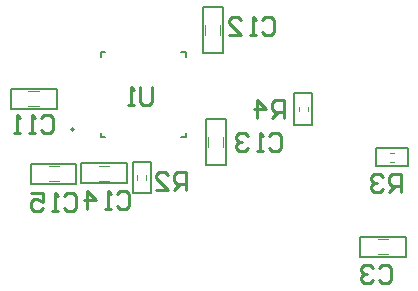
<source format=gbo>
G04*
G04 #@! TF.GenerationSoftware,Altium Limited,Altium Designer,23.2.1 (34)*
G04*
G04 Layer_Color=32896*
%FSLAX44Y44*%
%MOMM*%
G71*
G04*
G04 #@! TF.SameCoordinates,6051E094-9B17-4579-A263-E95DDA6BD904*
G04*
G04*
G04 #@! TF.FilePolarity,Positive*
G04*
G01*
G75*
%ADD12C,0.2000*%
%ADD13C,0.1016*%
%ADD14C,0.1270*%
%ADD15C,0.1000*%
%ADD16C,0.2540*%
D12*
X621712Y460718D02*
G03*
X621712Y460718I-1500J0D01*
G01*
D13*
X732790Y540766D02*
Y549402D01*
X745490Y540766D02*
Y549402D01*
X599948Y429514D02*
X608584D01*
X599948Y416814D02*
X608584D01*
X879094Y367792D02*
X887730D01*
X879094Y355092D02*
X887730D01*
X747776Y445770D02*
Y454406D01*
X735076Y445770D02*
Y454406D01*
X642366Y417576D02*
X651002D01*
X642366Y430276D02*
X651002D01*
X582930Y480568D02*
X591566D01*
X582930Y493268D02*
X591566D01*
D14*
X730504Y525526D02*
X747522D01*
Y564388D01*
X730504D02*
X747522D01*
X730504Y525526D02*
Y564388D01*
X584708Y414782D02*
Y431800D01*
Y414782D02*
X623570D01*
Y431800D01*
X584708D02*
X623570D01*
X863854Y353060D02*
Y370078D01*
Y353060D02*
X902716D01*
Y370078D01*
X863854D02*
X902716D01*
X807974Y464820D02*
Y491490D01*
Y464820D02*
X823214D01*
Y491490D01*
X807974D02*
X823214D01*
X877570Y429514D02*
X904240D01*
Y444754D01*
X877570D02*
X904240D01*
X877570Y429514D02*
Y444754D01*
X671322Y406908D02*
X686562D01*
X671322D02*
Y433578D01*
X686562D01*
Y406908D02*
Y433578D01*
X733044Y469646D02*
X750062D01*
X733044Y430784D02*
Y469646D01*
Y430784D02*
X750062D01*
Y469646D01*
X644212Y454217D02*
X648112D01*
X644212D02*
Y458117D01*
Y522318D02*
Y526217D01*
X648112D01*
X712312D02*
X716212D01*
Y522318D02*
Y526217D01*
Y454217D02*
Y458117D01*
X712312Y454217D02*
X716212D01*
X666242Y415290D02*
Y432308D01*
X627380D02*
X666242D01*
X627380Y415290D02*
Y432308D01*
Y415290D02*
X666242D01*
X606806Y478282D02*
Y495300D01*
X567944D02*
X606806D01*
X567944Y478282D02*
Y495300D01*
Y478282D02*
X606806D01*
D15*
X819404Y476250D02*
Y480060D01*
X811784Y476250D02*
Y480060D01*
X889000Y440944D02*
X892810D01*
X889000Y433324D02*
X892810D01*
X682752Y418338D02*
Y422148D01*
X675132Y418338D02*
Y422148D01*
D16*
X898521Y407799D02*
Y423035D01*
X890903D01*
X888364Y420495D01*
Y415417D01*
X890903Y412878D01*
X898521D01*
X893443D02*
X888364Y407799D01*
X883286Y420495D02*
X880747Y423035D01*
X875668D01*
X873129Y420495D01*
Y417956D01*
X875668Y415417D01*
X878207D01*
X875668D01*
X873129Y412878D01*
Y410339D01*
X875668Y407799D01*
X880747D01*
X883286Y410339D01*
X716403Y409324D02*
Y424558D01*
X708785D01*
X706246Y422019D01*
Y416941D01*
X708785Y414402D01*
X716403D01*
X711324D02*
X706246Y409324D01*
X691011D02*
X701168D01*
X691011Y419480D01*
Y422019D01*
X693550Y424558D01*
X698629D01*
X701168Y422019D01*
X613280Y404620D02*
X615819Y407160D01*
X620898D01*
X623437Y404620D01*
Y394464D01*
X620898Y391925D01*
X615819D01*
X613280Y394464D01*
X608202Y391925D02*
X603123D01*
X605663D01*
Y407160D01*
X608202Y404620D01*
X585349Y407160D02*
X595506D01*
Y399542D01*
X590428Y402081D01*
X587888D01*
X585349Y399542D01*
Y394464D01*
X587888Y391925D01*
X592967D01*
X595506Y394464D01*
X780666Y553464D02*
X783205Y556003D01*
X788284D01*
X790823Y553464D01*
Y543308D01*
X788284Y540769D01*
X783205D01*
X780666Y543308D01*
X775588Y540769D02*
X770509D01*
X773049D01*
Y556003D01*
X775588Y553464D01*
X752735Y540769D02*
X762892D01*
X752735Y550925D01*
Y553464D01*
X755274Y556003D01*
X760353D01*
X762892Y553464D01*
X593723Y470279D02*
X596262Y472818D01*
X601340D01*
X603880Y470279D01*
Y460123D01*
X601340Y457584D01*
X596262D01*
X593723Y460123D01*
X588645Y457584D02*
X583566D01*
X586105D01*
Y472818D01*
X588645Y470279D01*
X575949Y457584D02*
X570870D01*
X573410D01*
Y472818D01*
X575949Y470279D01*
X687829Y496819D02*
Y484123D01*
X685290Y481584D01*
X680211D01*
X677672Y484123D01*
Y496819D01*
X672594Y481584D02*
X667515D01*
X670054D01*
Y496819D01*
X672594Y494280D01*
X799588Y470919D02*
Y486153D01*
X791970D01*
X789431Y483614D01*
Y478536D01*
X791970Y475997D01*
X799588D01*
X794510D02*
X789431Y470919D01*
X776735D02*
Y486153D01*
X784353Y478536D01*
X774196D01*
X880109Y343914D02*
X882648Y346454D01*
X887727D01*
X890266Y343914D01*
Y333758D01*
X887727Y331218D01*
X882648D01*
X880109Y333758D01*
X875031Y343914D02*
X872492Y346454D01*
X867413D01*
X864874Y343914D01*
Y341375D01*
X867413Y338836D01*
X869952D01*
X867413D01*
X864874Y336297D01*
Y333758D01*
X867413Y331218D01*
X872492D01*
X875031Y333758D01*
X657857Y406144D02*
X660396Y408684D01*
X665475D01*
X668014Y406144D01*
Y395988D01*
X665475Y393448D01*
X660396D01*
X657857Y395988D01*
X652779Y393448D02*
X647700D01*
X650240D01*
Y408684D01*
X652779Y406144D01*
X632465Y393448D02*
Y408684D01*
X640083Y401066D01*
X629926D01*
X786254Y455166D02*
X788793Y457705D01*
X793872D01*
X796411Y455166D01*
Y445010D01*
X793872Y442471D01*
X788793D01*
X786254Y445010D01*
X781176Y442471D02*
X776097D01*
X778637D01*
Y457705D01*
X781176Y455166D01*
X768480D02*
X765941Y457705D01*
X760862D01*
X758323Y455166D01*
Y452627D01*
X760862Y450088D01*
X763401D01*
X760862D01*
X758323Y447549D01*
Y445010D01*
X760862Y442471D01*
X765941D01*
X768480Y445010D01*
M02*

</source>
